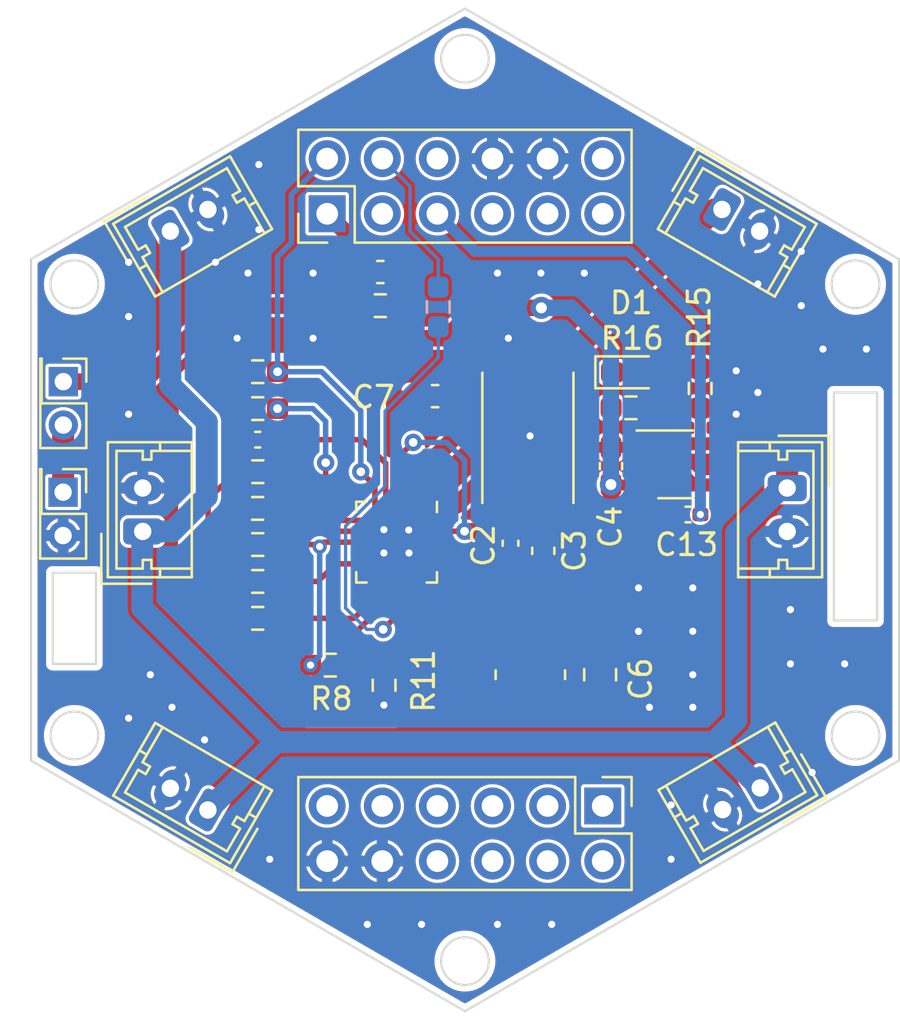
<source format=kicad_pcb>
(kicad_pcb (version 20240108) (generator "pcbnew") (generator_version "8.0")
  (layers (0 "F.Cu" signal) (31 "B.Cu" signal) (34 "B.Paste" user) (35 "F.Paste" user) (36 "B.SilkS" user "B.Silkscreen") (37 "F.SilkS" user "F.Silkscreen") (38 "B.Mask" user) (39 "F.Mask" user) (44 "Edge.Cuts" user))
  (net 0 "")
  (net 1 "/BATTERY")
  (net 2 "GND")
  (net 3 "/VBAT")
  (net 4 "Net-(U2-VOC_SAMP)")
  (net 5 "/SC")
  (net 6 "+5V")
  (net 7 "Net-(U2-VOUT)")
  (net 8 "Net-(U2-VREF_SAMP)")
  (net 9 "Net-(D1-K)")
  (net 10 "Net-(U2-LBUCK)")
  (net 11 "Net-(U2-LBOOST)")
  (net 12 "/VOUT_EN")
  (net 13 "Net-(U2-VRDIV)")
  (net 14 "Net-(U2-VBAT_OV)")
  (net 15 "Net-(U2-OK_HYST)")
  (net 16 "Net-(U2-VOUT_SET)")
  (net 17 "Net-(U2-OK_PROG)")
  (net 18 "Net-(U4-PROG)")
  (net 19 "Net-(U4-STAT)")
  (net 20 "/D8")
  (net 21 "/A3")
  (net 22 "/A5")
  (net 23 "/A2")
  (net 24 "/RXD")
  (net 25 "/TXD")
  (net 26 "/SDA")
  (net 27 "/SCL")
  (net 28 "/D12")
  (net 29 "/D10")
  (net 30 "/MOSI")
  (net 31 "/D1")
  (net 32 "/SCK")
  (net 33 "/D3")
  (net 34 "/D2")
  (net 35 "/A4")
  (net 36 "/MISO")
  (net 37 "/D4")
  (net 38 "/VBAT_OK_t")
  (footprint "Connector_Molex:Molex_Micro-Latch_53253-0270_1x02_P2.00mm_Vertical" (layer "F.Cu") (at 160.60705 108.212916 -150)
    (property "Reference" "J4" (hide yes))
    (property "Value" "Battery")
    (pad "1" thru_hole roundrect (at 0 0 210) (size 1.2 1.8) (drill 0.8) (layers "*.Cu" "*.Mask") (roundrect_rratio 0.2083333333) (net 5 "/SC"))
    (pad "2" thru_hole oval (at 2 0 210) (size 1.2 1.8) (drill 0.8) (layers "*.Cu" "*.Mask") (net 2 "GND"))
  )
  (footprint "Connector_PinHeader_2.54mm:PinHeader_2x06_P2.54mm_Vertical" (layer "F.Cu") (at 140.65 81.766978 90)
    (property "Reference" "J5" (hide yes))
    (property "Value" "Conn_02x06_Odd_Even")
    (pad "1" thru_hole rect (at 0 0 90) (size 1.7 1.7) (drill 1) (layers "*.Cu" "*.Mask") (net 3 "/VBAT"))
    (pad "2" thru_hole oval (at 2.54 0 90) (size 1.7 1.7) (drill 1) (layers "*.Cu" "*.Mask") (net 20 "/D8"))
    (pad "3" thru_hole oval (at 0 2.54 90) (size 1.7 1.7) (drill 1) (layers "*.Cu" "*.Mask") (net 22 "/A5"))
    (pad "4" thru_hole oval (at 2.54 2.54 90) (size 1.7 1.7) (drill 1) (layers "*.Cu" "*.Mask") (net 21 "/A3"))
    (pad "5" thru_hole oval (at 0 5.08 90) (size 1.7 1.7) (drill 1) (layers "*.Cu" "*.Mask") (net 6 "+5V"))
    (pad "6" thru_hole oval (at 2.54 5.08 90) (size 1.7 1.7) (drill 1) (layers "*.Cu" "*.Mask") (net 23 "/A2"))
    (pad "7" thru_hole oval (at 0 7.62 90) (size 1.7 1.7) (drill 1) (layers "*.Cu" "*.Mask") (net 24 "/RXD"))
    (pad "8" thru_hole oval (at 2.54 7.62 90) (size 1.7 1.7) (drill 1) (layers "*.Cu" "*.Mask") (net 2 "GND"))
    (pad "9" thru_hole oval (at 0 10.16 90) (size 1.7 1.7) (drill 1) (layers "*.Cu" "*.Mask") (net 25 "/TXD"))
    (pad "10" thru_hole oval (at 2.54 10.16 90) (size 1.7 1.7) (drill 1) (layers "*.Cu" "*.Mask") (net 2 "GND"))
    (pad "11" thru_hole oval (at 0 12.7 90) (size 1.7 1.7) (drill 1) (layers "*.Cu" "*.Mask") (net 26 "/SDA"))
    (pad "12" thru_hole oval (at 2.54 12.7 90) (size 1.7 1.7) (drill 1) (layers "*.Cu" "*.Mask") (net 27 "/SCL"))
  )
  (footprint "Resistor_SMD:R_0603_1608Metric_Pad0.98x0.95mm_HandSolder" (layer "F.Cu") (at 157.84 89.81 -90)
    (property "Reference" "R15" (at -3.27 0.05 90) (layer "F.SilkS"))
    (property "Value" "10k")
    (pad "1" smd roundrect (at -0.9125 0 270) (size 0.975 0.95) (layers "F.Cu" "F.Paste" "F.Mask") (net 2 "GND"))
    (pad "2" smd roundrect (at 0.9125 0 270) (size 0.975 0.95) (layers "F.Cu" "F.Paste" "F.Mask") (net 18 "Net-(U4-PROG)"))
  )
  (footprint "Connector_Molex:Molex_Micro-Latch_53253-0270_1x02_P2.00mm_Vertical" (layer "F.Cu") (at 161.85 94.4 -90)
    (property "Reference" "J8" (hide yes))
    (property "Value" "Battery")
    (pad "1" thru_hole roundrect (at 0 0 270) (size 1.2 1.8) (drill 0.8) (layers "*.Cu" "*.Mask") (roundrect_rratio 0.2083333333) (net 5 "/SC"))
    (pad "2" thru_hole oval (at 2 0 270) (size 1.2 1.8) (drill 0.8) (layers "*.Cu" "*.Mask") (net 2 "GND"))
  )
  (footprint "Capacitor_SMD:C_0603_1608Metric_Pad1.08x0.95mm_HandSolder" (layer "F.Cu") (at 153.73 93.39 90)
    (property "Reference" "C4" (at -2.8 -0.03 90) (layer "F.SilkS"))
    (property "Value" "4.7uF")
    (pad "1" smd roundrect (at -0.8625 0 90) (size 1.075 0.95) (layers "F.Cu" "F.Paste" "F.Mask") (net 3 "/VBAT"))
    (pad "2" smd roundrect (at 0.8625 0 90) (size 1.075 0.95) (layers "F.Cu" "F.Paste" "F.Mask") (net 2 "GND"))
  )
  (footprint "Connector_Molex:Molex_Micro-Latch_53253-0270_1x02_P2.00mm_Vertical" (layer "F.Cu") (at 158.846475 81.568542 -30)
    (property "Reference" "J7" (hide yes))
    (property "Value" "Battery")
    (pad "1" thru_hole roundrect (at 0 0 330) (size 1.2 1.8) (drill 0.8) (layers "*.Cu" "*.Mask") (roundrect_rratio 0.2083333333) (net 5 "/SC"))
    (pad "2" thru_hole oval (at 2 0 330) (size 1.2 1.8) (drill 0.8) (layers "*.Cu" "*.Mask") (net 2 "GND"))
  )
  (footprint "Capacitor_SMD:C_0402_1005Metric_Pad0.74x0.62mm_HandSolder" (layer "F.Cu") (at 157.2825 95.62 180)
    (property "Reference" "C13" (at 0.07 -1.39 0) (layer "F.SilkS"))
    (property "Value" "0.1uF")
    (pad "1" smd roundrect (at -0.5675 0 180) (size 0.735 0.62) (layers "F.Cu" "F.Paste" "F.Mask") (net 6 "+5V"))
    (pad "2" smd roundrect (at 0.5675 0 180) (size 0.735 0.62) (layers "F.Cu" "F.Paste" "F.Mask") (net 2 "GND"))
  )
  (footprint "Resistor_SMD:R_0603_1608Metric_Pad0.98x0.95mm_HandSolder" (layer "F.Cu") (at 137.45 89.0425)
    (property "Reference" "R13" (hide yes))
    (property "Value" "10k")
    (pad "1" smd roundrect (at -0.9125 0) (size 0.975 0.95) (layers "F.Cu" "F.Paste" "F.Mask") (net 2 "GND"))
    (pad "2" smd roundrect (at 0.9125 0) (size 0.975 0.95) (layers "F.Cu" "F.Paste" "F.Mask") (net 20 "/D8"))
  )
  (footprint "Resistor_SMD:R_0603_1608Metric_Pad0.98x0.95mm_HandSolder" (layer "F.Cu") (at 154.6475 90.705 180)
    (property "Reference" "R16" (at -0.0625 3.195 0) (layer "F.SilkS"))
    (property "Value" "100")
    (pad "1" smd roundrect (at -0.9125 0 180) (size 0.975 0.95) (layers "F.Cu" "F.Paste" "F.Mask") (net 19 "Net-(U4-STAT)"))
    (pad "2" smd roundrect (at 0.9125 0 180) (size 0.975 0.95) (layers "F.Cu" "F.Paste" "F.Mask") (net 9 "Net-(D1-K)"))
  )
  (footprint "Connector_Molex:Molex_Micro-Latch_53253-0270_1x02_P2.00mm_Vertical" (layer "F.Cu") (at 132.15 96.4 90)
    (property "Reference" "J10" (hide yes))
    (property "Value" "Battery")
    (pad "1" thru_hole roundrect (at 0 0 90) (size 1.2 1.8) (drill 0.8) (layers "*.Cu" "*.Mask") (roundrect_rratio 0.2083333333) (net 5 "/SC"))
    (pad "2" thru_hole oval (at 2 0 90) (size 1.2 1.8) (drill 0.8) (layers "*.Cu" "*.Mask") (net 2 "GND"))
  )
  (footprint "Resistor_SMD:R_0603_1608Metric_Pad0.98x0.95mm_HandSolder" (layer "F.Cu") (at 137.45 90.7425)
    (property "Reference" "R12" (hide yes))
    (property "Value" "10k")
    (pad "1" smd roundrect (at -0.9125 0) (size 0.975 0.95) (layers "F.Cu" "F.Paste" "F.Mask") (net 2 "GND"))
    (pad "2" smd roundrect (at 0.9125 0) (size 0.975 0.95) (layers "F.Cu" "F.Paste" "F.Mask") (net 12 "/VOUT_EN"))
  )
  (footprint "Inductor_SMD:L_Taiyo-Yuden_NR-40xx_HandSoldering" (layer "F.Cu") (at 149.9 92.08822 -90)
    (property "Reference" "L2" (hide yes))
    (property "Value" "22uH")
    (pad "1" smd rect (at -1.9 0 270) (size 2.2 3.9) (layers "F.Cu" "F.Paste" "F.Mask") (net 5 "/SC"))
    (pad "2" smd rect (at 1.9 0 270) (size 2.2 3.9) (layers "F.Cu" "F.Paste" "F.Mask") (net 11 "Net-(U2-LBOOST)"))
  )
  (footprint "Resistor_SMD:R_0603_1608Metric_Pad0.98x0.95mm_HandSolder" (layer "F.Cu") (at 143.27428 103.48822 90)
    (property "Reference" "R11" (at 0.19875 1.81697 90) (layer "F.SilkS"))
    (property "Value" "4.75M")
    (pad "1" smd roundrect (at -0.9125 0 90) (size 0.975 0.95) (layers "F.Cu" "F.Paste" "F.Mask") (net 2 "GND"))
    (pad "2" smd roundrect (at 0.9125 0 90) (size 0.975 0.95) (layers "F.Cu" "F.Paste" "F.Mask") (net 16 "Net-(U2-VOUT_SET)"))
  )
  (footprint "Connector_Molex:Molex_Micro-Latch_53253-0270_1x02_P2.00mm_Vertical" (layer "F.Cu") (at 133.421475 82.568542 30)
    (property "Reference" "J9" (hide yes))
    (property "Value" "Battery")
    (pad "1" thru_hole roundrect (at 0 0 30) (size 1.2 1.8) (drill 0.8) (layers "*.Cu" "*.Mask") (roundrect_rratio 0.2083333333) (net 5 "/SC"))
    (pad "2" thru_hole oval (at 2 0 30) (size 1.2 1.8) (drill 0.8) (layers "*.Cu" "*.Mask") (net 2 "GND"))
  )
  (footprint "Package_DFN_QFN:QFN-20-1EP_3.5x3.5mm_P0.5mm_EP2x2mm" (layer "F.Cu") (at 143.85 96.8925 -90)
    (property "Reference" "U2" (hide yes))
    (property "Value" "BQ25570")
    (pad "1" smd roundrect (at -1.6875 -1 270) (size 0.875 0.25) (layers "F.Cu" "F.Paste" "F.Mask") (net 2 "GND"))
    (pad "2" smd roundrect (at -1.6875 -0.5 270) (size 0.875 0.25) (layers "F.Cu" "F.Paste" "F.Mask") (net 5 "/SC"))
    (pad "3" smd roundrect (at -1.6875 0 270) (size 0.875 0.25) (layers "F.Cu" "F.Paste" "F.Mask") (net 4 "Net-(U2-VOC_SAMP)"))
    (pad "4" smd roundrect (at -1.6875 0.5 270) (size 0.875 0.25) (layers "F.Cu" "F.Paste" "F.Mask") (net 8 "Net-(U2-VREF_SAMP)"))
    (pad "5" smd roundrect (at -1.6875 1 270) (size 0.875 0.25) (layers "F.Cu" "F.Paste" "F.Mask") (net 20 "/D8"))
    (pad "6" smd roundrect (at -1 1.6875 270) (size 0.25 0.875) (layers "F.Cu" "F.Paste" "F.Mask") (net 12 "/VOUT_EN"))
    (pad "7" smd roundrect (at -0.5 1.6875 270) (size 0.25 0.875) (layers "F.Cu" "F.Paste" "F.Mask") (net 14 "Net-(U2-VBAT_OV)"))
    (pad "8" smd roundrect (at 0 1.6875 270) (size 0.25 0.875) (layers "F.Cu" "F.Paste" "F.Mask") (net 13 "Net-(U2-VRDIV)"))
    (pad "9" smd roundrect (at 0.5 1.6875 270) (size 0.25 0.875) (layers "F.Cu" "F.Paste" "F.Mask") (net 2 "GND"))
    (pad "10" smd roundrect (at 1 1.6875 270) (size 0.25 0.875) (layers "F.Cu" "F.Paste" "F.Mask") (net 15 "Net-(U2-OK_HYST)"))
    (pad "11" smd roundrect (at 1.6875 1 270) (size 0.875 0.25) (layers "F.Cu" "F.Paste" "F.Mask") (net 17 "Net-(U2-OK_PROG)"))
    (pad "12" smd roundrect (at 1.6875 0.5 270) (size 0.875 0.25) (layers "F.Cu" "F.Paste" "F.Mask") (net 16 "Net-(U2-VOUT_SET)"))
    (pad "13" smd roundrect (at 1.6875 0 270) (size 0.875 0.25) (layers "F.Cu" "F.Paste" "F.Mask") (net 38 "/VBAT_OK_t"))
    (pad "14" smd roundrect (at 1.6875 -0.5 270) (size 0.875 0.25) (layers "F.Cu" "F.Paste" "F.Mask") (net 7 "Net-(U2-VOUT)"))
    (pad "15" smd roundrect (at 1.6875 -1 270) (size 0.875 0.25) (layers "F.Cu" "F.Paste" "F.Mask") (net 2 "GND"))
    (pad "16" smd roundrect (at 1 -1.6875 270) (size 0.25 0.875) (layers "F.Cu" "F.Paste" "F.Mask") (net 10 "Net-(U2-LBUCK)"))
    (pad "17" smd roundrect (at 0.5 -1.6875 270) (size 0.25 0.875) (layers "F.Cu" "F.Paste" "F.Mask") (net 2 "GND"))
    (pad "18" smd roundrect (at 0 -1.6875 270) (size 0.25 0.875) (layers "F.Cu" "F.Paste" "F.Mask") (net 3 "/VBAT"))
    (pad "19" smd roundrect (at -0.5 -1.6875 270) (size 0.25 0.875) (layers "F.Cu" "F.Paste" "F.Mask") (net 4 "Net-(U2-VOC_SAMP)"))
    (pad "20" smd roundrect (at -1 -1.6875 270) (size 0.25 0.875) (layers "F.Cu" "F.Paste" "F.Mask") (net 11 "Net-(U2-LBOOST)"))
    (pad "21" smd rect (at 0 0 270) (size 2 2) (layers "F.Cu" "F.Mask") (net 2 "GND"))
  )
  (footprint "Capacitor_SMD:C_0603_1608Metric_Pad1.08x0.95mm_HandSolder" (layer "F.Cu") (at 150.61 97.2925 -90)
    (property "Reference" "C3" (at 0 -1.43 -90) (layer "F.SilkS"))
    (property "Value" "4.7uF")
    (pad "1" smd roundrect (at -0.8625 0 270) (size 1.075 0.95) (layers "F.Cu" "F.Paste" "F.Mask") (net 4 "Net-(U2-VOC_SAMP)"))
    (pad "2" smd roundrect (at 0.8625 0 270) (size 1.075 0.95) (layers "F.Cu" "F.Paste" "F.Mask") (net 2 "GND"))
  )
  (footprint "Resistor_SMD:R_0603_1608Metric_Pad0.98x0.95mm_HandSolder" (layer "F.Cu") (at 137.45 98.7025)
    (property "Reference" "R10" (hide yes))
    (property "Value" "8.45M")
    (pad "1" smd roundrect (at -0.9125 0) (size 0.975 0.95) (layers "F.Cu" "F.Paste" "F.Mask") (net 17 "Net-(U2-OK_PROG)"))
    (pad "2" smd roundrect (at 0.9125 0) (size 0.975 0.95) (layers "F.Cu" "F.Paste" "F.Mask") (net 15 "Net-(U2-OK_HYST)"))
  )
  (footprint "Resistor_SMD:R_0603_1608Metric_Pad0.98x0.95mm_HandSolder" (layer "F.Cu") (at 137.45 100.4025)
    (property "Reference" "R14" (hide yes))
    (property "Value" "4.22M")
    (pad "1" smd roundrect (at -0.9125 0) (size 0.975 0.95) (layers "F.Cu" "F.Paste" "F.Mask") (net 2 "GND"))
    (pad "2" smd roundrect (at 0.9125 0) (size 0.975 0.95) (layers "F.Cu" "F.Paste" "F.Mask") (net 17 "Net-(U2-OK_PROG)"))
  )
  (footprint "Inductor_SMD:L_Wuerth_MAPI-3015" (layer "F.Cu") (at 150.01428 103 -90)
    (property "Reference" "L1" (hide yes))
    (property "Value" "4.7uH")
    (pad "1" smd rect (at -1.05 0 270) (size 1.3 3.4) (layers "F.Cu" "F.Paste" "F.Mask") (net 10 "Net-(U2-LBUCK)"))
    (pad "2" smd rect (at 1.05 0 270) (size 1.3 3.4) (layers "F.Cu" "F.Paste" "F.Mask") (net 7 "Net-(U2-VOUT)"))
  )
  (footprint "Connector_PinHeader_2.54mm:PinHeader_2x06_P2.54mm_Vertical" (layer "F.Cu") (at 153.35 109.045 -90)
    (property "Reference" "J6" (hide yes))
    (property "Value" "Conn_02x06_Odd_Even")
    (pad "1" thru_hole rect (at 0 0 270) (size 1.7 1.7) (drill 1) (layers "*.Cu" "*.Mask") (net 28 "/D12"))
    (pad "2" thru_hole oval (at 2.54 0 270) (size 1.7 1.7) (drill 1) (layers "*.Cu" "*.Mask") (net 29 "/D10"))
    (pad "3" thru_hole oval (at 0 2.54 270) (size 1.7 1.7) (drill 1) (layers "*.Cu" "*.Mask") (net 30 "/MOSI"))
    (pad "4" thru_hole oval (at 2.54 2.54 270) (size 1.7 1.7) (drill 1) (layers "*.Cu" "*.Mask") (net 31 "/D1"))
    (pad "5" thru_hole oval (at 0 5.08 270) (size 1.7 1.7) (drill 1) (layers "*.Cu" "*.Mask") (net 32 "/SCK"))
    (pad "6" thru_hole oval (at 2.54 5.08 270) (size 1.7 1.7) (drill 1) (layers "*.Cu" "*.Mask") (net 33 "/D3"))
    (pad "7" thru_hole oval (at 0 7.62 270) (size 1.7 1.7) (drill 1) (layers "*.Cu" "*.Mask") (net 34 "/D2"))
    (pad "8" thru_hole oval (at 2.54 7.62 270) (size 1.7 1.7) (drill 1) (layers "*.Cu" "*.Mask") (net 35 "/A4"))
    (pad "9" thru_hole oval (at 0 10.16 270) (size 1.7 1.7) (drill 1) (layers "*.Cu" "*.Mask") (net 36 "/MISO"))
    (pad "10" thru_hole oval (at 2.54 10.16 270) (size 1.7 1.7) (drill 1) (layers "*.Cu" "*.Mask") (net 2 "GND"))
    (pad "11" thru_hole oval (at 0 12.7 270) (size 1.7 1.7) (drill 1) (layers "*.Cu" "*.Mask") (net 37 "/D4"))
    (pad "12" thru_hole oval (at 2.54 12.7 270) (size 1.7 1.7) (drill 1) (layers "*.Cu" "*.Mask") (net 2 "GND"))
  )
  (footprint "Capacitor_SMD:C_0402_1005Metric_Pad0.74x0.62mm_HandSolder" (layer "F.Cu") (at 149.1 96.9425 -90)
    (property "Reference" "C2" (at 0.11 1.25 -90) (layer "F.SilkS"))
    (property "Value" "0.1uF")
    (pad "1" smd roundrect (at -0.5675 0 270) (size 0.735 0.62) (layers "F.Cu" "F.Paste" "F.Mask") (net 4 "Net-(U2-VOC_SAMP)"))
    (pad "2" smd roundrect (at 0.5675 0 270) (size 0.735 0.62) (layers "F.Cu" "F.Paste" "F.Mask") (net 2 "GND"))
  )
  (footprint "Capacitor_SMD:C_0603_1608Metric_Pad1.08x0.95mm_HandSolder" (layer "F.Cu") (at 143.1 84.45)
    (property "Reference" "C5" (hide yes))
    (property "Value" "22uF")
    (pad "1" smd roundrect (at -0.8625 0) (size 1.075 0.95) (layers "F.Cu" "F.Paste" "F.Mask") (net 3 "/VBAT"))
    (pad "2" smd roundrect (at 0.8625 0) (size 1.075 0.95) (layers "F.Cu" "F.Paste" "F.Mask") (net 2 "GND"))
  )
  (footprint "Package_TO_SOT_SMD:SOT-23-5" (layer "F.Cu") (at 156.7125 93.31)
    (property "Reference" "U4" (hide yes))
    (property "Value" "MCP73831-2-OT")
    (pad "1" smd roundrect (at -1.1375 -0.95) (size 1.325 0.6) (layers "F.Cu" "F.Paste" "F.Mask") (net 19 "Net-(U4-STAT)"))
    (pad "2" smd roundrect (at -1.1375 0) (size 1.325 0.6) (layers "F.Cu" "F.Paste" "F.Mask") (net 2 "GND"))
    (pad "3" smd roundrect (at -1.1375 0.95) (size 1.325 0.6) (layers "F.Cu" "F.Paste" "F.Mask") (net 3 "/VBAT"))
    (pad "4" smd roundrect (at 1.1375 0.95) (size 1.325 0.6) (layers "F.Cu" "F.Paste" "F.Mask") (net 6 "+5V"))
    (pad "5" smd roundrect (at 1.1375 -0.95) (size 1.325 0.6) (layers "F.Cu" "F.Paste" "F.Mask") (net 18 "Net-(U4-PROG)"))
  )
  (footprint "LED_SMD:LED_0603_1608Metric_Pad1.05x0.95mm_HandSolder" (layer "F.Cu") (at 154.67 89.07)
    (property "Reference" "D1" (at -0.01 -3.2 0) (layer "F.SilkS"))
    (property "Value" "RED")
    (pad "1" smd roundrect (at -0.875 0) (size 1.05 0.95) (layers "F.Cu" "F.Paste" "F.Mask") (net 9 "Net-(D1-K)"))
    (pad "2" smd roundrect (at 0.875 0) (size 1.05 0.95) (layers "F.Cu" "F.Paste" "F.Mask") (net 6 "+5V"))
  )
  (footprint "Resistor_SMD:R_0603_1608Metric_Pad0.98x0.95mm_HandSolder" (layer "F.Cu") (at 137.45428 93.64822)
    (property "Reference" "R9" (hide yes))
    (property "Value" "5.62M")
    (pad "1" smd roundrect (at -0.9125 0) (size 0.975 0.95) (layers "F.Cu" "F.Paste" "F.Mask") (net 2 "GND"))
    (pad "2" smd roundrect (at 0.9125 0) (size 0.975 0.95) (layers "F.Cu" "F.Paste" "F.Mask") (net 14 "Net-(U2-VBAT_OV)"))
  )
  (footprint "Capacitor_SMD:C_0805_2012Metric_Pad1.18x1.45mm_HandSolder" (layer "F.Cu") (at 153.23 103 90)
    (property "Reference" "C6" (at -0.19572 1.86428 90) (layer "F.SilkS"))
    (property "Value" "22uF")
    (pad "1" smd roundrect (at -1.0375 0 90) (size 1.175 1.45) (layers "F.Cu" "F.Paste" "F.Mask") (roundrect_rratio 0.2127659574) (net 7 "Net-(U2-VOUT)"))
    (pad "2" smd roundrect (at 1.0375 0 90) (size 1.175 1.45) (layers "F.Cu" "F.Paste" "F.Mask") (roundrect_rratio 0.2127659574) (net 2 "GND"))
  )
  (footprint "Resistor_SMD:R_0603_1608Metric_Pad0.98x0.95mm_HandSolder" (layer "F.Cu") (at 143.1 86 180)
    (property "Reference" "R1" (hide yes))
    (property "Value" "1M")
    (pad "1" smd roundrect (at -0.9125 0 180) (size 0.975 0.95) (layers "F.Cu" "F.Paste" "F.Mask") (net 2 "GND"))
    (pad "2" smd roundrect (at 0.9125 0 180) (size 0.975 0.95) (layers "F.Cu" "F.Paste" "F.Mask") (net 3 "/VBAT"))
  )
  (footprint "Connector_Molex:Molex_Micro-Latch_53253-0270_1x02_P2.00mm_Vertical" (layer "F.Cu") (at 135.153525 109.231458 150)
    (property "Reference" "J1" (hide yes))
    (property "Value" "Battery")
    (pad "1" thru_hole roundrect (at 0 0 150) (size 1.2 1.8) (drill 0.8) (layers "*.Cu" "*.Mask") (roundrect_rratio 0.2083333333) (net 5 "/SC"))
    (pad "2" thru_hole oval (at 2 0 150) (size 1.2 1.8) (drill 0.8) (layers "*.Cu" "*.Mask") (net 2 "GND"))
  )
  (footprint "Resistor_SMD:R_0603_1608Metric_Pad0.98x0.95mm_HandSolder" (layer "F.Cu") (at 137.44428 95.33822 180)
    (property "Reference" "R6" (hide yes))
    (property "Value" "7.32M")
    (pad "1" smd roundrect (at -0.9125 0 180) (size 0.975 0.95) (layers "F.Cu" "F.Paste" "F.Mask") (net 14 "Net-(U2-VBAT_OV)"))
    (pad "2" smd roundrect (at 0.9125 0 180) (size 0.975 0.95) (layers "F.Cu" "F.Paste" "F.Mask") (net 13 "Net-(U2-VRDIV)"))
  )
  (footprint "Capacitor_SMD:C_0402_1005Metric_Pad0.74x0.62mm_HandSolder" (layer "F.Cu") (at 137.45 92.1725 180)
    (property "Reference" "C8" (hide yes))
    (property "Value" "0.01uF")
    (pad "1" smd roundrect (at -0.5675 0 180) (size 0.735 0.62) (layers "F.Cu" "F.Paste" "F.Mask") (net 8 "Net-(U2-VREF_SAMP)"))
    (pad "2" smd roundrect (at 0.5675 0 180) (size 0.735 0.62) (layers "F.Cu" "F.Paste" "F.Mask") (net 2 "GND"))
  )
  (footprint "Capacitor_SMD:C_0603_1608Metric_Pad1.08x0.95mm_HandSolder" (layer "F.Cu") (at 145.62428 90.16822 180)
    (property "Reference" "C7" (at 2.83572 -0.04572 0) (layer "F.SilkS"))
    (property "Value" "10uF")
    (pad "1" smd roundrect (at -0.8625 0 180) (size 1.075 0.95) (layers "F.Cu" "F.Paste" "F.Mask") (net 5 "/SC"))
    (pad "2" smd roundrect (at 0.8625 0 180) (size 1.075 0.95) (layers "F.Cu" "F.Paste" "F.Mask") (net 2 "GND"))
  )
  (footprint "Connector_PinHeader_2.00mm:PinHeader_2x01_P2.00mm_Vertical" (layer "F.Cu") (at 128.49 89.5 -90)
    (property "Reference" "J2" (hide yes))
    (property "Value" "Battery")
    (pad "1" thru_hole rect (at 0 0 270) (size 1.35 1.35) (drill 0.8) (layers "*.Cu" "*.Mask") (net 3 "/VBAT"))
    (pad "2" thru_hole oval (at 2 0 270) (size 1.35 1.35) (drill 0.8) (layers "*.Cu" "*.Mask") (net 1 "/BATTERY"))
  )
  (footprint "Resistor_SMD:R_0603_1608Metric_Pad0.98x0.95mm_HandSolder" (layer "F.Cu") (at 137.45 97.0025)
    (property "Reference" "R7" (hide yes))
    (property "Value" "330K")
    (pad "1" smd roundrect (at -0.9125 0) (size 0.975 0.95) (layers "F.Cu" "F.Paste" "F.Mask") (net 15 "Net-(U2-OK_HYST)"))
    (pad "2" smd roundrect (at 0.9125 0) (size 0.975 0.95) (layers "F.Cu" "F.Paste" "F.Mask") (net 13 "Net-(U2-VRDIV)"))
  )
  (footprint "Connector_PinHeader_2.00mm:PinHeader_2x01_P2.00mm_Vertical" (layer "F.Cu") (at 128.48 94.59 -90)
    (property "Reference" "J3" (hide yes))
    (property "Value" "Battery")
    (pad "1" thru_hole rect (at 0 0 270) (size 1.35 1.35) (drill 0.8) (layers "*.Cu" "*.Mask") (net 1 "/BATTERY"))
    (pad "2" thru_hole oval (at 2 0 270) (size 1.35 1.35) (drill 0.8) (layers "*.Cu" "*.Mask") (net 2 "GND"))
  )
  (footprint "Resistor_SMD:R_0603_1608Metric_Pad0.98x0.95mm_HandSolder" (layer "F.Cu") (at 140.79428 102.55822 180)
    (property "Reference" "R8" (at -0.05 -1.55 0) (layer "F.SilkS"))
    (property "Value" "8.25M")
    (pad "1" smd roundrect (at -0.9125 0 180) (size 0.975 0.95) (layers "F.Cu" "F.Paste" "F.Mask") (net 16 "Net-(U2-VOUT_SET)"))
    (pad "2" smd roundrect (at 0.9125 0 180) (size 0.975 0.95) (layers "F.Cu" "F.Paste" "F.Mask") (net 13 "Net-(U2-VRDIV)"))
  )
  (footprint "Resistor_SMD:R_0603_1608Metric_Pad0.98x0.95mm_HandSolder" (layer "B.Cu") (at 145.77 86.06 -90)
    (property "Reference" "R2" (hide yes))
    (property "Value" "NC")
    (pad "1" smd roundrect (at -0.9125 0 270) (size 0.975 0.95) (layers "B.Cu" "B.Paste" "B.Mask") (net 21 "/A3"))
    (pad "2" smd roundrect (at 0.9125 0 270) (size 0.975 0.95) (layers "B.Cu" "B.Paste" "B.Mask") (net 38 "/VBAT_OK_t"))
  )
  (gr_circle (center 129 85.013684) (end 130.1 85.013684) (stroke (width 0.1)) (fill none) (layer "Edge.Cuts"))
  (gr_circle (center 165 85.013684) (end 166.1 85.013684) (stroke (width 0.1)) (fill none) (layer "Edge.Cuts"))
  (gr_line (start 127 106.952994) (end 147 118.5) (stroke (width 0.1)) (layer "Edge.Cuts"))
  (gr_circle (center 129 105.798294) (end 130.1 105.798294) (stroke (width 0.1)) (fill none) (layer "Edge.Cuts"))
  (gr_circle (center 147 116.190599) (end 148.1 116.190599) (stroke (width 0.1)) (fill none) (layer "Edge.Cuts"))
  (gr_line (start 147 118.5) (end 167 106.952994) (stroke (width 0.1)) (layer "Edge.Cuts"))
  (gr_rect (start 164 90) (end 166 100.5) (stroke (width 0.1)) (fill none) (layer "Edge.Cuts"))
  (gr_circle (center 165 105.798294) (end 166.1 105.798294) (stroke (width 0.1)) (fill none) (layer "Edge.Cuts"))
  (gr_line (start 167 106.952994) (end 167 83.858984) (stroke (width 0.1)) (layer "Edge.Cuts"))
  (gr_line (start 167 83.858984) (end 147 72.311978) (stroke (width 0.1)) (layer "Edge.Cuts"))
  (gr_line (start 127 83.858984) (end 127 106.952994) (stroke (width 0.1)) (layer "Edge.Cuts"))
  (gr_line (start 147 72.311978) (end 127 83.858984) (stroke (width 0.1)) (layer "Edge.Cuts"))
  (gr_rect (start 128 98.3) (end 130 102.5) (stroke (width 0.1)) (fill none) (layer "Edge.Cuts"))
  (gr_circle (center 147 74.621379) (end 148.1 74.621379) (stroke (width 0.1)) (fill none) (layer "Edge.Cuts"))
  (segment (start 128.48 94.59) (end 128.48 91.51) (width 1.016) (layer "F.Cu") (net 1))
  (segment (start 128.48 91.51) (end 128.49 91.5) (width 1.016) (layer "F.Cu") (net 1))
  (segment (start 136.8825 92.1725) (end 136.8825 91.0875) (width 0.254) (layer "F.Cu") (net 2))
  (segment (start 136.5375 100.432447) (end 140.503273 104.39822) (width 0.254) (layer "F.Cu") (net 2))
  (segment (start 144.85 97.8225) (end 144.42 97.3925) (width 0.1524) (layer "F.Cu") (net 2))
  (segment (start 136.54178 93.54822) (end 135.16428 94.92572) (width 0.254) (layer "F.Cu") (net 2))
  (segment (start 135.16428 94.92572) (end 135.16428 99.02928) (width 0.254) (layer "F.Cu") (net 2))
  (segment (start 136.8825 91.0875) (end 136.5375 90.7425) (width 0.254) (layer "F.Cu") (net 2))
  (segment (start 144.85 95.205) (end 144.85 95.8925) (width 0.1524) (layer "F.Cu") (net 2))
  (segment (start 143.35 97.3925) (end 143.85 96.8925) (width 0.254) (layer "F.Cu") (net 2))
  (segment (start 136.8825 93.3075) (end 136.54178 93.64822) (width 0.254) (layer "F.Cu") (net 2))
  (segment (start 145.5375 97.3925) (end 144.35 97.3925) (width 0.254) (layer "F.Cu") (net 2))
  (segment (start 140.503273 104.39822) (end 143.26428 104.39822) (width 0.254) (layer "F.Cu") (net 2))
  (segment (start 144.85 98.58) (end 144.85 97.8225) (width 0.1524) (layer "F.Cu") (net 2))
  (segment (start 136.5375 100.4025) (end 136.5375 100.432447) (width 0.254) (layer "F.Cu") (net 2))
  (segment (start 144.40928 96.33322) (end 143.85 96.8925) (width 0.1524) (layer "F.Cu") (net 2))
  (segment (start 142.1625 97.3925) (end 143.35 97.3925) (width 0.254) (layer "F.Cu") (net 2))
  (segment (start 135.16428 99.02928) (end 136.5375 100.4025) (width 0.254) (layer "F.Cu") (net 2))
  (segment (start 144.85 95.8925) (end 144.40928 96.33322) (width 0.1524) (layer "F.Cu") (net 2))
  (segment (start 136.8825 92.1725) (end 136.8825 93.3075) (width 0.254) (layer "F.Cu") (net 2))
  (segment (start 136.5375 90.7425) (end 136.5375 89.0425) (width 0.254) (layer "F.Cu") (net 2))
  (segment (start 144.35 97.3925) (end 143.85 96.8925) (width 0.254) (layer "F.Cu") (net 2))
  (via (at 162 102.5) (size 0.6604) (drill 0.3302) (layers "F.Cu" "B.Cu") (net 2))
  (via (at 157.5 99) (size 0.6604) (drill 0.3302) (layers "F.Cu" "B.Cu") (net 2))
  (via (at 152.5 84.5) (size 0.6604) (drill 0.3302) (layers "F.Cu" "B.Cu") (net 2))
  (via (at 140 84.5) (size 0.6604) (drill 0.3302) (layers "F.Cu" "B.Cu") (net 2))
  (via (at 131.5 86.5) (size 0.6604) (drill 0.3302) (layers "F.Cu" "B.Cu") (net 2))
  (via (at 150.5 84.5) (size 0.6604) (drill 0.3302) (layers "F.Cu" "B.Cu") (net 2))
  (via (at 143.26428 96.31822) (size 0.6604) (drill 0.3302) (layers "F.Cu" "B.Cu") (net 2))
  (via (at 155.5 104.5) (size 0.6604) (drill 0.3302) (layers "F.Cu" "B.Cu") (net 2))
  (via (at 137 84.5) (size 0.6604) (drill 0.3302) (layers "F.Cu" "B.Cu") (net 2))
  (via (at 162.5 86) (size 0.6604) (drill 0.3302) (layers "F.Cu" "B.Cu") (net 2))
  (via (at 148.5 84.5) (size 0.6604) (drill 0.3302) (layers "F.Cu" "B.Cu") (net 2))
  (via (at 136.5 87.5) (size 0.6604) (drill 0.3302) (layers "F.Cu" "B.Cu") (net 2))
  (via (at 160.5 90) (size 0.6604) (drill 0.3302) (layers "F.Cu" "B.Cu") (net 2))
  (via (at 155 101) (size 0.6604) (drill 0.3302) (layers "F.Cu" "B.Cu") (net 2))
  (via (at 143.26428 97.3925) (size 0.6604) (drill 0.3302) (layers "F.Cu" "B.Cu") (net 2))
  (via (at 162 100) (size 0.6604) (drill 0.3302) (layers "F.Cu" "B.Cu") (net 2))
  (via (at 163 107.5) (size 0.6604) (drill 0.3302) (layers "F.Cu" "B.Cu") (net 2))
  (via (at 157.5 101) (size 0.6604) (drill 0.3302) (layers "F.Cu" "B.Cu") (net 2))
  (via (at 164.5 102.5) (size 0.6604) (drill 0.3302) (layers "F.Cu" "B.Cu") (net 2))
  (via (at 140 87.5) (size 0.6604) (drill 0.3302) (layers "F.Cu" "B.Cu") (net 2))
  (via (at 159.5 89) (size 0.6604) (drill 0.3302) (layers "F.Cu" "B.Cu") (net 2))
  (via (at 165.5 88) (size 0.6604) (drill 0.3302) (layers "F.Cu" "B.Cu") (net 2))
  (via (at 131.5 105) (size 0.6604) (drill 0.3302) (layers "F.Cu" "B.Cu") (net 2))
  (via (at 132.5 103) (size 0.6604) (drill 0.3302) (layers "F.Cu" "B.Cu") (net 2))
  (via (at 145 114.5) (size 0.6604) (drill 0.3302) (layers "F.Cu" "B.Cu") (net 2))
  (via (at 137.5 79.5) (size 0.6604) (drill 0.3302) (layers "F.Cu" "B.Cu") (net 2))
  (via (at 135.5 84) (size 0.6604) (drill 0.3302) (layers "F.Cu" "B.Cu") (net 2))
  (via (at 156.5 109) (size 0.6604) (drill 0.3302) (layers "F.Cu" "B.Cu") (net 2))
  (via (at 160.5 85) (size 0.6604) (drill 0.3302) (layers "F.Cu" "B.Cu") (net 2))
  (via (at 144.42 97.3925) (size 0.6604) (drill 0.3302) (layers "F.Cu" "B.Cu") (net 2))
  (via (at 163.5 88) (size 0.6604) (drill 0.3302) (layers "F.Cu" "B.Cu") (net 2))
  (via (at 143.26428 104.39822) (size 0.6604) (drill 0.3302) (layers "F.Cu" "B.Cu") (net 2))
  (via (at 137.5 82.5) (size 0.6604) (drill 0.3302) (layers "F.Cu" "B.Cu") (net 2))
  (via (at 157.5 103) (size 0.6604) (drill 0.3302) (layers "F.Cu" "B.Cu") (net 2))
  (via (at 162.5 83.5) (size 0.6604) (drill 0.3302) (layers "F.Cu" "B.Cu") (net 2))
  (via (at 142.5 114.5) (size 0.6604) (drill 0.3302) (layers "F.Cu" "B.Cu") (net 2))
  (via (at 156.5 111.5) (size 0.6604) (drill 0.3302) (layers "F.Cu" "B.Cu") (net 2))
  (via (at 133.5 104.5) (size 0.6604) (drill 0.3302) (layers "F.Cu" "B.Cu") (net 2))
  (via (at 155 99) (size 0.6604) (drill 0.3302) (layers "F.Cu" "B.Cu") (net 2))
  (via (at 157.5 104.5) (size 0.6604) (drill 0.3302) (layers "F.Cu" "B.Cu") (net 2))
  (via (at 148.5 114.5) (size 0.6604) (drill 0.3302) (layers "F.Cu" "B.Cu") (net 2))
  (via (at 144.40928 96.33322) (size 0.6604) (drill 0.3302) (layers "F.Cu" "B.Cu") (net 2))
  (via (at 159.5 91) (size 0.6604) (drill 0.3302) (layers "F.Cu" "B.Cu") (net 2))
  (via (at 135 106) (size 0.6604) (drill 0.3302) (layers "F.Cu" "B.Cu") (net 2))
  (via (at 138 111.5) (size 0.6604) (drill 0.3302) (layers "F.Cu" "B.Cu") (net 2))
  (via (at 151 114.5) (size 0.6604) (drill 0.3302) (layers "F.Cu" "B.Cu") (net 2))
  (via (at 131.5 84) (size 0.6604) (drill 0.3302) (layers "F.Cu" "B.Cu") (net 2))
  (via (at 131.5 91) (size 0.6604) (drill 0.3302) (layers "F.Cu" "B.Cu") (net 2))
  (via (at 149 87.5) (size 0.6604) (drill 0.3302) (layers "F.Cu" "B.Cu") (net 2))
  (via (at 150 92) (size 0.6604) (drill 0.3302) (layers "F.Cu" "B.Cu") (net 2))
  (segment (start 153.7375 94.26) (end 153.725 94.2475) (width 0.508) (layer "F.Cu") (net 3))
  (segment (start 145.5375 96.8925) (end 146.33856 96.8925) (width 0.254) (layer "F.Cu") (net 3))
  (segment (start 146.1 87.5) (end 147.5 86.1) (width 0.762) (layer "F.Cu") (net 3))
  (segment (start 146.33856 96.8925) (end 146.96428 97.51822) (width 0.254) (layer "F.Cu") (net 3))
  (segment (start 153.73 94.2525) (end 153.73 98.12) (width 0.762) (layer "F.Cu") (net 3))
  (segment (start 142.1875 86) (end 135.7 86) (width 0.762) (layer "F.Cu") (net 3))
  (segment (start 155.575 94.26) (end 153.7375 94.26) (width 0.508) (layer "F.Cu") (net 3))
  (segment (start 142.1875 86.3375) (end 143.35 87.5) (width 0.762) (layer "F.Cu") (net 3))
  (segment (start 153.725 94.24) (end 153.7175 94.24) (width 0.508) (layer "F.Cu") (net 3))
  (segment (start 143.35 87.5) (end 146.1 87.5) (width 0.762) (layer "F.Cu") (net 3))
  (segment (start 142.1875 86) (end 142.1875 86.3375) (width 0.762) (layer "F.Cu") (net 3))
  (segment (start 153.73 98.12) (end 151.97 99.88) (width 0.762) (layer "F.Cu") (net 3))
  (segment (start 142.2375 85.95) (end 142.1875 86) (width 0.762) (layer "F.Cu") (net 3))
  (segment (start 149.32606 99.88) (end 146.96428 97.51822) (width 0.762) (layer "F.Cu") (net 3))
  (segment (start 135.7 86) (end 132.2 89.5) (width 0.762) (layer "F.Cu") (net 3))
  (segment (start 132.2 89.5) (end 128.49 89.5) (width 0.762) (layer "F.Cu") (net 3))
  (segment (start 142.2375 83.354478) (end 140.65 81.766978) (width 0.762) (layer "F.Cu") (net 3))
  (segment (start 147.5 86.1) (end 150.52 86.1) (width 0.762) (layer "F.Cu") (net 3))
  (segment (start 142.2375 84.45) (end 142.2375 83.354478) (width 0.762) (layer "F.Cu") (net 3))
  (segment (start 151.97 99.88) (end 149.32606 99.88) (width 0.762) (layer "F.Cu") (net 3))
  (segment (start 142.2375 84.45) (end 142.2375 85.95) (width 0.762) (layer "F.Cu") (net 3))
  (segment (start 153.725 94.2475) (end 153.725 94.24) (width 0.508) (layer "F.Cu") (net 3))
  (segment (start 153.7175 94.24) (end 153.73 94.2525) (width 0.508) (layer "F.Cu") (net 3))
  (via (at 150.52 86.1) (size 1.016) (drill 0.508) (layers "F.Cu" "B.Cu") (net 3))
  (via (at 153.725 94.24) (size 1.016) (drill 0.508) (layers "F.Cu" "B.Cu") (net 3))
  (segment (start 151.9 86.1) (end 150.52 86.1) (width 0.762) (layer "B.Cu") (net 3))
  (segment (start 153.725 87.925) (end 151.9 86.1) (width 0.762) (layer "B.Cu") (net 3))
  (segment (start 153.725 94.24) (end 153.725 87.925) (width 0.762) (layer "B.Cu") (net 3))
  (segment (start 145.5375 96.3925) (end 146.98 96.3925) (width 0.254) (layer "F.Cu") (net 4))
  (segment (start 150.555 96.375) (end 150.61 96.43) (width 0.762) (layer "F.Cu") (net 4))
  (segment (start 149.1 96.375) (end 150.555 96.375) (width 0.762) (layer "F.Cu") (net 4))
  (segment (start 146.98 96.3925) (end 149.0325 96.3925) (width 0.762) (layer "F.Cu") (net 4))
  (segment (start 143.85 95.205) (end 143.85 93.0625) (width 0.254) (layer "F.Cu") (net 4))
  (segment (start 143.85 93.0625) (end 144.61428 92.29822) (width 0.254) (layer "F.Cu") (net 4))
  (via (at 146.98 96.3925) (size 0.8) (drill 0.4) (layers "F.Cu" "B.Cu") (net 4))
  (via (at 144.61428 92.29822) (size 0.8) (drill 0.4) (layers "F.Cu" "B.Cu") (net 4))
  (segment (start 146.98 93.12822) (end 146.15 92.29822) (width 0.254) (layer "B.Cu") (net 4))
  (segment (start 146.98 96.3925) (end 146.98 93.12822) (width 0.254) (layer "B.Cu") (net 4))
  (segment (start 146.15 92.29822) (end 144.61428 92.29822) (width 0.254) (layer "B.Cu") (net 4))
  (segment (start 146.48428 92.10822) (end 144.94928 93.64322) (width 0.762) (layer "F.Cu") (net 5))
  (segment (start 161.85 94.4) (end 161.85 88.95) (width 1.016) (layer "F.Cu") (net 5))
  (segment (start 158.519678 81.568542) (end 156.49411 83.59411) (width 1.016) (layer "F.Cu") (net 5))
  (segment (start 156.49411 83.59411) (end 149.9 90.18822) (width 1.016) (layer "F.Cu") (net 5))
  (segment (start 158.846475 81.568542) (end 158.519678 81.568542) (width 1.016) (layer "F.Cu") (net 5))
  (segment (start 150.27428 90.18822) (end 146.50678 90.18822) (width 1.524) (layer "F.Cu") (net 5))
  (segment (start 146.48678 90.16822) (end 146.48428 90.17072) (width 0.762) (layer "F.Cu") (net 5))
  (segment (start 146.48428 90.17072) (end 146.48428 92.10822) (width 0.762) (layer "F.Cu") (net 5))
  (segment (start 144.35 95.205) (end 144.35 94.2425) (width 0.254) (layer "F.Cu") (net 5))
  (segment (start 161.85 88.95) (end 156.49411 83.59411) (width 1.016) (layer "F.Cu") (net 5))
  (segment (start 144.35 94.2425) (end 144.94928 93.64322) (width 0.254) (layer "F.Cu") (net 5))
  (segment (start 161.85 94.4) (end 161.567525 94.4) (width 1.016) (layer "B.Cu") (net 5))
  (segment (start 135.1 91.35) (end 135.1 94.8) (width 1.016) (layer "B.Cu") (net 5))
  (segment (start 133.421475 82.568542) (end 133.421475 89.671475) (width 1.016) (layer "B.Cu") (net 5))
  (segment (start 132.125 99.940017) (end 138.284983 106.1) (width 1.016) (layer "B.Cu") (net 5))
  (segment (start 160.60705 108.212916) (end 159.122067 106.727933) (width 1.016) (layer "B.Cu") (net 5))
  (segment (start 159.5 96.467525) (end 159.5 105.094134) (width 1.016) (layer "B.Cu") (net 5))
  (segment (start 133.5 96.4) (end 132.125 96.4) (width 1.016) (layer "B.Cu") (net 5))
  (segment (start 135.1 94.8) (end 133.5 96.4) (width 1.016) (layer "B.Cu") (net 5))
  (segment (start 133.421475 89.671475) (end 135.1 91.35) (width 1.016) (layer "B.Cu") (net 5))
  (segment (start 132.125 96.4) (end 132.125 99.940017) (width 1.016) (layer "B.Cu") (net 5))
  (segment (start 138.284983 106.1) (end 158.494134 106.1) (width 1.016) (layer "B.Cu") (net 5))
  (segment (start 158.494134 106.1) (end 159.122067 106.727933) (width 1.016) (layer "B.Cu") (net 5))
  (segment (start 135.153525 109.231458) (end 138.284983 106.1) (width 1.016) (layer "B.Cu") (net 5))
  (segment (start 161.567525 94.4) (end 159.5 96.467525) (width 1.016) (layer "B.Cu") (net 5))
  (segment (start 159.5 105.094134) (end 158.494134 106.1) (width 1.016) (layer "B.Cu") (net 5))
  (segment (start 156.73 90.255) (end 156.73 93.14) (width 0.1524) (layer "F.Cu") (net 6))
  (segment (start 156.73 93.14) (end 157.85 94.26) (width 0.1524) (layer "F.Cu") (net 6))
  (segment (start 155.545 89.07) (end 156.73 90.255) (width 0.1524) (layer "F.Cu") (net 6))
  (segment (start 157.85 95.62) (end 157.85 94.26) (width 0.508) (layer "F.Cu") (net 6))
  (via (at 157.85 95.62) (size 0.6604) (drill 0.3302) (layers "F.Cu" "B.Cu") (net 6))
  (segment (start 147.206511 83.243489) (end 145.73 81.766978) (width 0.508) (layer "B.Cu") (net 6))
  (segment (start 147.206511 83.243489) (end 147.463022 83.5) (width 0.508) (layer "B.Cu") (net 6))
  (segment (start 157.85 86.76) (end 157.27 86.18) (width 0.508) (layer "B.Cu") (net 6))
  (segment (start 147.463022 83.5) (end 154.59 83.5) (width 0.508) (layer "B.Cu") (net 6))
  (segment (start 157.85 95.62) (end 157.85 86.76) (width 0.508) (layer "B.Cu") (net 6))
  (segment (start 154.59 83.5) (end 157.27 86.18) (width 0.508) (layer "B.Cu") (net 6))
  (segment (start 144.35 98.58) (end 144.35 99.77394) (width 0.254) (layer "F.Cu") (net 7))
  (segment (start 150.01428 104.05) (end 147.2 104.05) (width 0.762) (layer "F.Cu") (net 7))
  (segment (start 147.2 104.05) (end 146.61 103.46) (width 0.762) (layer "F.Cu") (net 7))
  (segment (start 146.61 102.03394) (end 144.98428 100.40822) (width 0.762) (layer "F.Cu") (net 7))
  (segment (start 150.02678 104.0375) (end 150.01428 104.05) (width 0.762) (layer "F.Cu") (net 7))
  (segment (start 146.61 103.46) (end 146.61 102.03394) (width 0.762) (layer "F.Cu") (net 7))
  (segment (start 144.35 99.77394) (end 144.98428 100.40822) (width 0.254) (layer "F.Cu") (net 7))
  (segment (start 153.23 104.0375) (end 150.02678 104.0375) (width 0.762) (layer "F.Cu") (net 7))
  (segment (start 142.26 92.1725) (end 138.0175 92.1725) (width 0.254) (layer "F.Cu") (net 8))
  (segment (start 143.35 93.2625) (end 142.26 92.1725) (width 0.254) (layer "F.Cu") (net 8))
  (segment (start 143.35 95.205) (end 143.35 93.2625) (width 0.254) (layer "F.Cu") (net 8))
  (segment (start 153.735 90.705) (end 153.735 89.13) (width 0.1524) (layer "F.Cu") (net 9))
  (segment (start 153.735 89.13) (end 153.795 89.07) (width 0.1524) (layer "F.Cu") (net 9))
  (segment (start 145.5375 98.49144) (end 146.14928 99.10322) (width 0.254) (layer "F.Cu") (net 10))
  (segment (start 150.01428 101.95) (end 148.99606 101.95) (width 0.762) (layer "F.Cu") (net 10))
  (segment (start 148.99606 101.95) (end 146.14928 99.10322) (width 0.762) (layer "F.Cu") (net 10))
  (segment (start 145.5375 97.8925) (end 145.5375 98.49144) (width 0.254) (layer "F.Cu") (net 10))
  (segment (start 150.27428 93.98822) (end 147.81428 93.98822) (width 0.762) (layer "F.Cu") (net 11))
  (segment (start 145.5375 95.8925) (end 145.88 95.8925) (width 0.254) (layer "F.Cu") (net 11))
  (segment (start 145.91 95.8925) (end 146.475 95.3275) (width 0.254) (layer "F.Cu") (net 11))
  (segment (start 147.81428 93.98822) (end 146.59 95.2125) (width 0.762) (layer "F.Cu") (net 11))
  (segment (start 145.88 95.8925) (end 145.91 95.8925) (width 0.254) (layer "F.Cu") (net 11))
  (segment (start 146.475 95.3275) (end 146.59 95.2125) (width 0.254) (layer "F.Cu") (net 11))
  (segment (start 142.1625 95.8925) (end 141.37 95.8925) (width 0.254) (layer "F.Cu") (net 12))
  (segment (start 141.18 95.7025) (end 140.58 95.1025) (width 0.254) (layer "F.Cu") (net 12))
  (segment (start 141.37 95.8925) (end 141.18 95.7025) (width 0.254) (layer "F.Cu") (net 12))
  (segment (start 140.58 95.1025) (end 140.58 93.2325) (width 0.254) (layer "F.Cu") (net 12))
  (via (at 140.58 93.2325) (size 0.8) (drill 0.4) (layers "F.Cu" "B.Cu") (net 12))
  (via (at 138.3625 90.7425) (size 0.8) (drill 0.4) (layers "F.Cu" "B.Cu") (net 12))
  (segment (start 140.58 93.2325) (end 140.58 91.32822) (width 0.254) (layer "B.Cu") (net 12))
  (segment (start 138.3625 90.7425) (end 139.99428 90.7425) (width 0.254) (layer "B.Cu") (net 12))
  (segment (start 140.58 91.32822) (end 139.99428 90.7425) (width 0.254) (layer "B.Cu") (net 12))
  (segment (start 136.53178 95.33822) (end 136.69822 95.33822) (width 0.254) (layer "F.Cu") (net 13))
  (segment (start 136.69822 95.33822) (end 138.3625 97.0025) (width 0.254) (layer "F.Cu") (net 13))
  (segment (start 142.1625 96.8925) (end 140.51 96.8925) (width 0.254) (layer "F.Cu") (net 13))
  (segment (start 140.51 96.8925) (end 140.30428 97.09822) (width 0.254) (layer "F.Cu") (net 13))
  (segment (start 140.20856 97.0025) (end 140.30428 97.09822) (width 0.254) (layer "F.Cu") (net 13))
  (segment (start 138.3625 97.0025) (end 140.20856 97.0025) (width 0.254) (layer "F.Cu") (net 13))
  (via (at 139.88178 102.55822) (size 0.6604) (drill 0.3302) (layers "F.Cu" "B.Cu") (net 13))
  (via (at 140.30428 97.09822) (size 0.6604) (drill 0.3302) (layers "F.Cu" "B.Cu") (net 13))
  (segment (start 140.30428 97.09822) (end 140.30428 102.13572) (width 0.254) (layer "B.Cu") (net 13))
  (segment (start 140.30428 102.13572) (end 139.88178 102.55822) (width 0.254) (layer "B.Cu") (net 13))
  (segment (start 139.41106 96.3925) (end 138.35678 95.33822) (width 0.254) (layer "F.Cu") (net 14))
  (segment (start 142.1625 96.3925) (end 139.41106 96.3925) (width 0.254) (layer "F.Cu") (net 14))
  (segment (start 138.36678 93.64822) (end 138.36678 95.32822) (width 0.254) (layer "F.Cu") (net 14))
  (segment (start 138.36678 95.32822) (end 138.35678 95.33822) (width 0.254) (layer "F.Cu") (net 14))
  (segment (start 141.04 97.8925) (end 140.23 98.7025) (width 0.254) (layer "F.Cu") (net 15))
  (segment (start 136.5375 97.0025) (end 136.6625 97.0025) (width 0.254) (layer "F.Cu") (net 15))
  (segment (start 136.6625 97.0025) (end 138.3625 98.7025) (width 0.254) (layer "F.Cu") (net 15))
  (segment (start 142.1625 97.8925) (end 141.04 97.8925) (width 0.254) (layer "F.Cu") (net 15))
  (segment (start 140.23 98.7025) (end 138.3625 98.7025) (width 0.254) (layer "F.Cu") (net 15))
  (segment (start 143.35 99.6625) (end 141.70678 101.30572) (width 0.254) (layer "F.Cu") (net 16))
  (segment (start 143.25678 102.55822) (end 143.27428 102.57572) (width 0.254) (layer "F.Cu") (net 16))
  (segment (start 141.70678 102.55822) (end 143.25678 102.55822) (width 0.254) (layer "F.Cu") (net 16))
  (segment (start 143.35 98.58) (end 143.35 99.6625) (width 0.254) (layer "F.Cu") (net 16))
  (segment (start 141.70678 101.30572) (end 141.70678 102.55822) (width 0.254) (layer "F.Cu") (net 16))
  (segment (start 141.89 100.4025) (end 142.85 99.4425) (width 0.254) (layer "F.Cu") (net 17))
  (segment (start 136.5375 98.7025) (end 136.6625 98.7025) (width 0.254) (layer "F.Cu") (net 17))
  (segment (start 136.6625 98.7025) (end 138.3625 100.4025) (width 0.254) (layer "F.Cu") (net 17))
  (segment (start 138.3625 100.4025) (end 141.89 100.4025) (width 0.254) (layer "F.Cu") (net 17))
  (segment (start 142.85 99.4425) (end 142.85 98.58) (width 0.254) (layer "F.Cu") (net 17))
  (segment (start 157.85 92.36) (end 157.85 90.7325) (width 0.254) (layer "F.Cu") (net 18))
  (segment (start 157.85 90.7325) (end 157.84 90.7225) (width 0.254) (layer "F.Cu") (net 18))
  (segment (start 155.575 90.72) (end 155.56 90.705) (width 0.1524) (layer "F.Cu") (net 19))
  (segment (start 155.575 92.36) (end 155.575 90.72) (width 0.1524) (layer "F.Cu") (net 19))
  (segment (start 142.85 94.3025) (end 142.2 93.6525) (width 0.254) (layer "F.Cu") (net 20))
  (segment (start 142.85 95.205) (end 142.85 94.3025) (width 0.254) (layer "F.Cu") (net 20))
  (via (at 142.2 93.6525) (size 0.8) (drill 0.4) (layers "F.Cu" "B.Cu") (net 20))
  (via (at 138.3625 89.0425) (size 0.8) (drill 0.4) (layers "F.Cu" "B.Cu") (net 20))
  (segment (start 139 83.1) (end 139 80.876978) (width 0.254) (layer "B.Cu") (net 20))
  (segment (start 140.39428 89.0425) (end 142.2 90.84822) (width 0.254) (layer "B.Cu") (net 20))
  (segment (start 142.2 90.84822) (end 142.2 93.6525) (width 0.254) (layer "B.Cu") (net 20))
  (segment (start 138.3625 89.0425) (end 140.39428 89.0425) (width 0.254) (layer "B.Cu") (net 20))
  (segment (start 139 80.876978) (end 140.65 79.226978) (width 0.254) (layer "B.Cu") (net 20))
  (segment (start 138.3625 83.7375) (end 139 83.1) (width 0.254) (layer "B.Cu") (net 20))
  (segment (start 138.3625 89.0425) (end 138.3625 83.7375) (width 0.254) (layer "B.Cu") (net 20))
  (segment (start 144.47 80.506978) (end 143.19 79.226978) (width 0.1524) (layer "B.Cu") (net 21))
  (segment (start 144.47 82.57) (end 144.47 80.506978) (width 0.1524) (layer "B.Cu") (net 21))
  (segment (start 145.77 83.87) (end 144.47 82.57) (width 0.1524) (layer "B.Cu") (net 21))
  (segment (start 145.77 85.1475) (end 145.77 83.87) (width 0.1524) (layer "B.Cu") (net 21))
  (segment (start 143.85 100.2925) (end 143.23 100.9125) (width 0.254) (layer "F.Cu") (net 38))
  (segment (start 143.85 98.58) (end 143.85 100.2925) (width 0.254) (layer "F.Cu") (net 38))
  (via (at 143.23 100.9125) (size 0.8) (drill 0.4) (layers "F.Cu" "B.Cu") (net 38))
  (segment (start 145.77 86.9725) (end 145.77 88.4) (width 0.1524) (layer "B.Cu") (net 38))
  (segment (start 143.32 90.85) (end 143.32 94.33) (width 0.1524) (layer "B.Cu") (net 38))
  (segment (start 141.5 96.15) (end 141.5 99.93) (width 0.1524) (layer "B.Cu") (net 38))
  (segment (start 145.77 88.4) (end 143.32 90.85) (width 0.1524) (layer "B.Cu") (net 38))
  (segment (start 143.32 94.33) (end 141.5 96.15) (width 0.1524) (layer "B.Cu") (net 38))
  (segment (start 142.4825 100.9125) (end 143.23 100.9125) (width 0.1524) (layer "B.Cu") (net 38))
  (segment (start 141.5 99.93) (end 142.4825 100.9125) (width 0.1524) (layer "B.Cu") (net 38))
  (zone (net 0) (net_name "") (layer "F.Cu") (connect_pads (clearance 0)) (min_thickness 0.25)
    (keepout (tracks allowed) (vias allowed) (pads allowed) (copperpour not_allowed) (footprints allowed))
    (fill (thermal_gap 0.5) (thermal_bridge_width 0.5))
    (polygon (pts (xy 134.825 88.175) (xy 133.82 89.18) (xy 133.75428 100.44822) (xy 135.75428 102.44822) (xy 136.65428 102.44822) (xy 139.65428 105.44822) (xy 143.85428 105.44822) (xy 144.35428 104.94822) (xy 144.35428 98.44822) (xy 142.85428 98.44822) (xy 142.85428 95.94822) (xy 143.35428 95.94822) (xy 143.36 89.21) (xy 142.32928 88.17322)))
  )
  (zone (net 2) (net_name "GND") (layers "F&B.Cu") (connect_pads (clearance 0.1524)) (min_thickness 0.1778) (fill yes (thermal_gap 0.1524) (thermal_bridge_width 0.508))
    (polygon (pts (xy 167 119) (xy 127.17 119.1) (xy 127 72) (xy 167 72)))
  )
)
</source>
